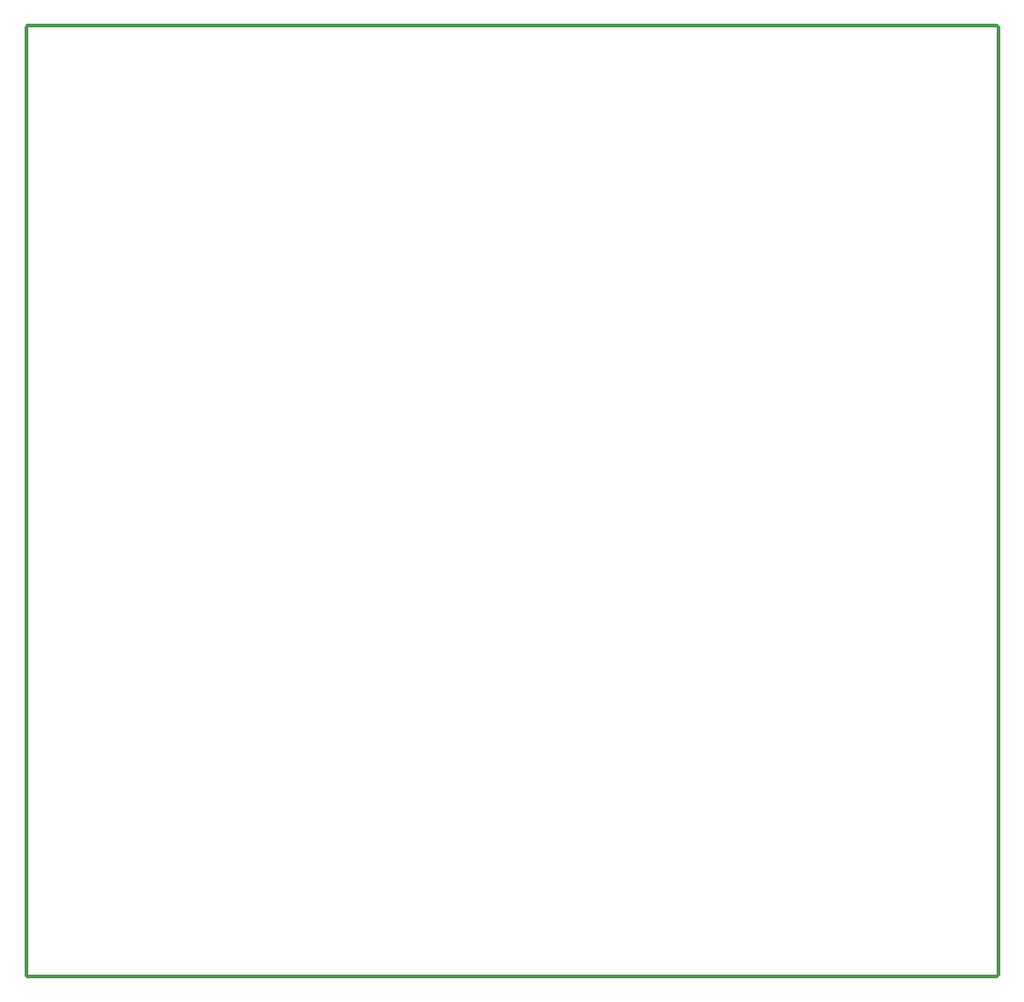
<source format=gko>
G04*
G04 #@! TF.GenerationSoftware,Altium Limited,Altium Designer,21.6.4 (81)*
G04*
G04 Layer_Color=16711935*
%FSLAX44Y44*%
%MOMM*%
G71*
G04*
G04 #@! TF.SameCoordinates,B6620421-005C-40FD-BBE8-42AC4C8AC442*
G04*
G04*
G04 #@! TF.FilePolarity,Positive*
G04*
G01*
G75*
%ADD48C,0.3000*%
D48*
X901500Y880000D02*
G03*
X900000Y881500I-1500J0D01*
G01*
X901500Y880000D02*
G03*
X900000Y881500I-1500J0D01*
G01*
X900000Y-1500D02*
G03*
X901500Y-0I0J1500D01*
G01*
X900000Y-1500D02*
G03*
X901500Y-0I0J1500D01*
G01*
X-0Y881500D02*
G03*
X-1500Y880000I0J-1500D01*
G01*
X-0Y881500D02*
G03*
X-1500Y880000I0J-1500D01*
G01*
X-1500Y0D02*
G03*
X0Y-1500I1500J0D01*
G01*
X-1500Y0D02*
G03*
X0Y-1500I1500J0D01*
G01*
X901500Y880000D02*
X901500Y-0D01*
X-0Y881500D02*
X900000Y881500D01*
X0Y-1500D02*
X900000Y-1500D01*
X-1500Y880000D02*
X-1500Y0D01*
M02*

</source>
